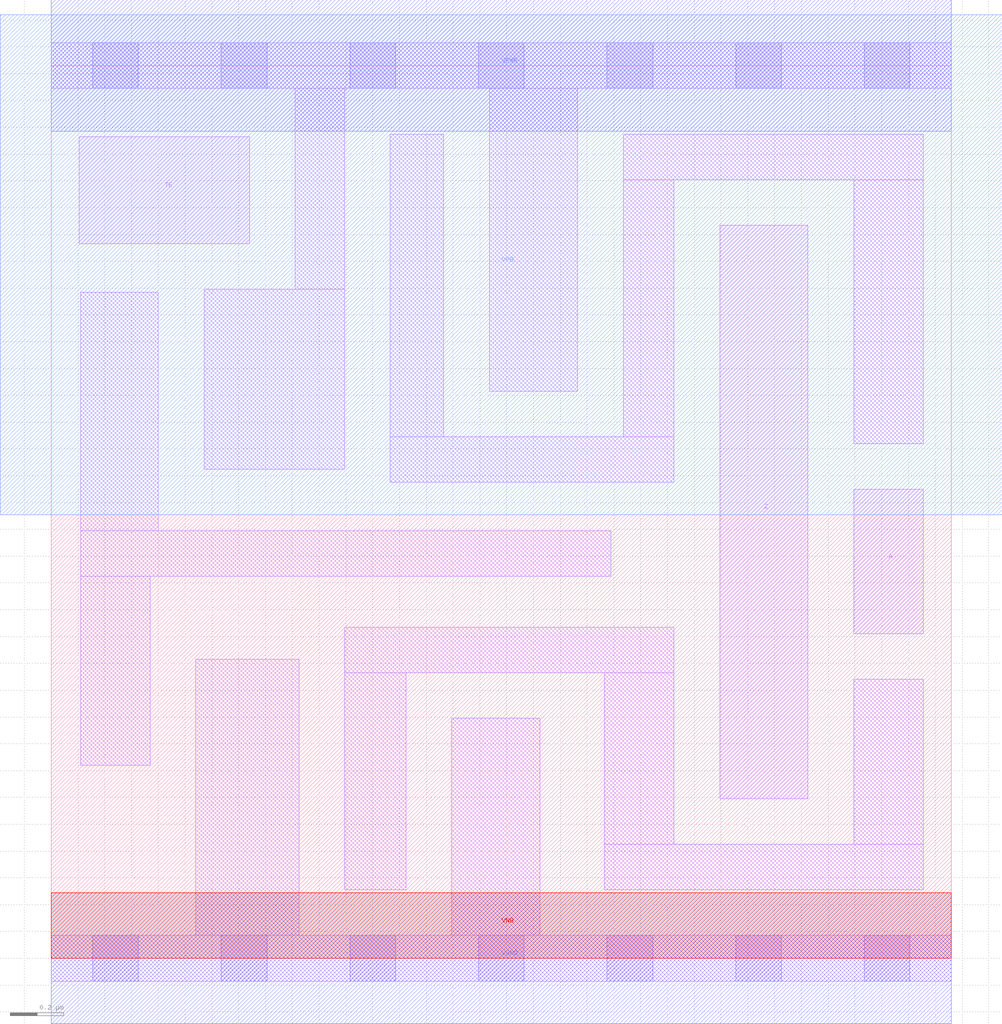
<source format=lef>
# Copyright 2020 The SkyWater PDK Authors
#
# Licensed under the Apache License, Version 2.0 (the "License");
# you may not use this file except in compliance with the License.
# You may obtain a copy of the License at
#
#     https://www.apache.org/licenses/LICENSE-2.0
#
# Unless required by applicable law or agreed to in writing, software
# distributed under the License is distributed on an "AS IS" BASIS,
# WITHOUT WARRANTIES OR CONDITIONS OF ANY KIND, either express or implied.
# See the License for the specific language governing permissions and
# limitations under the License.
#
# SPDX-License-Identifier: Apache-2.0

VERSION 5.7 ;
  NOWIREEXTENSIONATPIN ON ;
  DIVIDERCHAR "/" ;
  BUSBITCHARS "[]" ;
MACRO sky130_fd_sc_lp__einvp_2
  CLASS CORE ;
  FOREIGN sky130_fd_sc_lp__einvp_2 ;
  ORIGIN  0.000000  0.000000 ;
  SIZE  3.360000 BY  3.330000 ;
  SYMMETRY X Y R90 ;
  SITE unit ;
  PIN A
    ANTENNAGATEAREA  0.630000 ;
    DIRECTION INPUT ;
    USE SIGNAL ;
    PORT
      LAYER li1 ;
        RECT 2.995000 1.210000 3.255000 1.750000 ;
    END
  END A
  PIN TE
    ANTENNAGATEAREA  0.411000 ;
    DIRECTION INPUT ;
    USE SIGNAL ;
    PORT
      LAYER li1 ;
        RECT 0.105000 2.665000 0.740000 3.065000 ;
    END
  END TE
  PIN Z
    ANTENNADIFFAREA  0.588000 ;
    DIRECTION OUTPUT ;
    USE SIGNAL ;
    PORT
      LAYER li1 ;
        RECT 2.495000 0.595000 2.825000 2.735000 ;
    END
  END Z
  PIN VGND
    DIRECTION INOUT ;
    USE GROUND ;
    PORT
      LAYER met1 ;
        RECT 0.000000 -0.245000 3.360000 0.245000 ;
    END
  END VGND
  PIN VNB
    DIRECTION INOUT ;
    USE GROUND ;
    PORT
      LAYER pwell ;
        RECT 0.000000 0.000000 3.360000 0.245000 ;
    END
  END VNB
  PIN VPB
    DIRECTION INOUT ;
    USE POWER ;
    PORT
      LAYER nwell ;
        RECT -0.190000 1.655000 3.550000 3.520000 ;
    END
  END VPB
  PIN VPWR
    DIRECTION INOUT ;
    USE POWER ;
    PORT
      LAYER met1 ;
        RECT 0.000000 3.085000 3.360000 3.575000 ;
    END
  END VPWR
  OBS
    LAYER li1 ;
      RECT 0.000000 -0.085000 3.360000 0.085000 ;
      RECT 0.000000  3.245000 3.360000 3.415000 ;
      RECT 0.110000  0.720000 0.370000 1.425000 ;
      RECT 0.110000  1.425000 2.090000 1.595000 ;
      RECT 0.110000  1.595000 0.400000 2.485000 ;
      RECT 0.540000  0.085000 0.925000 1.115000 ;
      RECT 0.570000  1.825000 1.095000 2.495000 ;
      RECT 0.910000  2.495000 1.095000 3.245000 ;
      RECT 1.095000  0.255000 1.325000 1.065000 ;
      RECT 1.095000  1.065000 2.325000 1.235000 ;
      RECT 1.265000  1.775000 2.325000 1.945000 ;
      RECT 1.265000  1.945000 1.465000 3.075000 ;
      RECT 1.495000  0.085000 1.825000 0.895000 ;
      RECT 1.635000  2.115000 1.965000 3.245000 ;
      RECT 2.065000  0.255000 3.255000 0.425000 ;
      RECT 2.065000  0.425000 2.325000 1.065000 ;
      RECT 2.135000  1.945000 2.325000 2.905000 ;
      RECT 2.135000  2.905000 3.255000 3.075000 ;
      RECT 2.995000  0.425000 3.255000 1.040000 ;
      RECT 2.995000  1.920000 3.255000 2.905000 ;
    LAYER mcon ;
      RECT 0.155000 -0.085000 0.325000 0.085000 ;
      RECT 0.155000  3.245000 0.325000 3.415000 ;
      RECT 0.635000 -0.085000 0.805000 0.085000 ;
      RECT 0.635000  3.245000 0.805000 3.415000 ;
      RECT 1.115000 -0.085000 1.285000 0.085000 ;
      RECT 1.115000  3.245000 1.285000 3.415000 ;
      RECT 1.595000 -0.085000 1.765000 0.085000 ;
      RECT 1.595000  3.245000 1.765000 3.415000 ;
      RECT 2.075000 -0.085000 2.245000 0.085000 ;
      RECT 2.075000  3.245000 2.245000 3.415000 ;
      RECT 2.555000 -0.085000 2.725000 0.085000 ;
      RECT 2.555000  3.245000 2.725000 3.415000 ;
      RECT 3.035000 -0.085000 3.205000 0.085000 ;
      RECT 3.035000  3.245000 3.205000 3.415000 ;
  END
END sky130_fd_sc_lp__einvp_2
END LIBRARY

</source>
